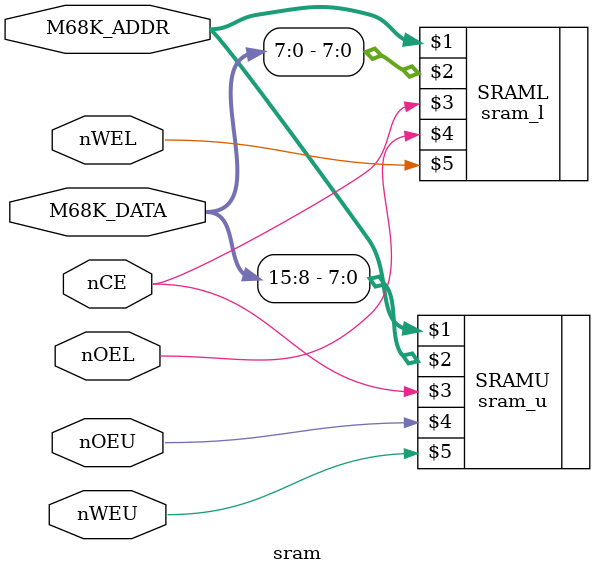
<source format=v>

`timescale 1ns/1ns


module sram(
	inout [15:0] M68K_DATA,
	input [14:0] M68K_ADDR,
	input nWEL,
	input nWEU,
	input nOEL,
	input nOEU,
	input nCE
);

	sram_l SRAML(M68K_ADDR, M68K_DATA[7:0], nCE, nOEL, nWEL);
	sram_u SRAMU(M68K_ADDR, M68K_DATA[15:8], nCE, nOEU, nWEU);

endmodule

</source>
